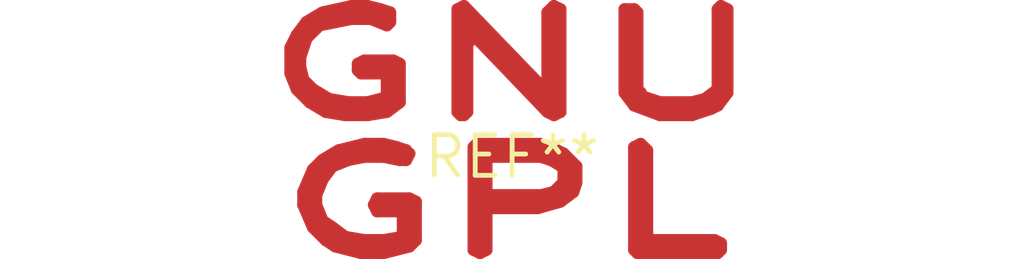
<source format=kicad_pcb>
(kicad_pcb (version 20240108) (generator pcbnew)
  (layers (0 "F.Cu" signal) (31 "B.Cu" signal) (34 "B.Paste" user) (35 "F.Paste" user) (36 "B.SilkS" user "B.Silkscreen") (37 "F.SilkS" user "F.Silkscreen") (38 "B.Mask" user) (39 "F.Mask" user) (44 "Edge.Cuts" user))
  (net 0 "")
  (footprint "Symbol_GNU-GPL_CopperTop_Big" (layer "F.Cu") (at 0 0)
    (property "Reference" "REF**")
    (property "Value" "Symbol_GNU-GPL_CopperTop_Big")
    (fp_line (start -6.90118 -3.40106) (end -6.90118 -2.60096) (layer "F.Cu") (stroke (width 0.381)))
    (fp_line (start -6.90118 -2.60096) (end -6.70052 -2.10058) (layer "F.Cu") (stroke (width 0.381)))
    (fp_line (start -6.70052 -3.79984) (end -6.90118 -3.40106) (layer "F.Cu") (stroke (width 0.381)))
    (fp_line (start -6.70052 -3.40106) (end -6.59892 -2.30124) (layer "F.Cu") (stroke (width 0.381)))
    (fp_line (start -6.70052 -2.10058) (end -6.2992 -1.69926) (layer "F.Cu") (stroke (width 0.381)))
    (fp_line (start -6.59892 -3.0988) (end -6.4008 -3.70078) (layer "F.Cu") (stroke (width 0.381)))
    (fp_line (start -6.59892 -2.79908) (end -6.59892 -3.0988) (layer "F.Cu") (stroke (width 0.381)))
    (fp_line (start -6.59892 -2.30124) (end -6.20014 -1.89992) (layer "F.Cu") (stroke (width 0.381)))
    (fp_line (start -6.49986 -2.4003) (end -6.59892 -2.79908) (layer "F.Cu") (stroke (width 0.381)))
    (fp_line (start -6.49986 1.09982) (end -6.49986 1.50114) (layer "F.Cu") (stroke (width 0.381)))
    (fp_line (start -6.49986 1.50114) (end -6.20014 2.19964) (layer "F.Cu") (stroke (width 0.381)))
    (fp_line (start -6.4008 -4.20116) (end -6.70052 -3.79984) (layer "F.Cu") (stroke (width 0.381)))
    (fp_line (start -6.4008 -3.70078) (end -5.99948 -4.09956) (layer "F.Cu") (stroke (width 0.381)))
    (fp_line (start -6.2992 -1.69926) (end -5.79882 -1.39954) (layer "F.Cu") (stroke (width 0.381)))
    (fp_line (start -6.20014 -4.20116) (end -6.70052 -3.40106) (layer "F.Cu") (stroke (width 0.381)))
    (fp_line (start -6.20014 -2.10058) (end -6.49986 -2.4003) (layer "F.Cu") (stroke (width 0.381)))
    (fp_line (start -6.20014 -1.89992) (end -5.19938 -1.50114) (layer "F.Cu") (stroke (width 0.381)))
    (fp_line (start -6.20014 0.39878) (end -6.49986 1.09982) (layer "F.Cu") (stroke (width 0.381)))
    (fp_line (start -6.20014 1.00076) (end -6.20014 1.80086) (layer "F.Cu") (stroke (width 0.381)))
    (fp_line (start -6.20014 1.80086) (end -5.69976 2.4003) (layer "F.Cu") (stroke (width 0.381)))
    (fp_line (start -6.20014 2.19964) (end -5.79882 2.60096) (layer "F.Cu") (stroke (width 0.381)))
    (fp_line (start -6.10108 1.19888) (end -5.90042 0.70104) (layer "F.Cu") (stroke (width 0.381)))
    (fp_line (start -6.10108 1.50114) (end -6.10108 1.19888) (layer "F.Cu") (stroke (width 0.381)))
    (fp_line (start -5.99948 -4.09956) (end -5.4991 -4.20116) (layer "F.Cu") (stroke (width 0.381)))
    (fp_line (start -5.90042 -4.50088) (end -6.4008 -4.20116) (layer "F.Cu") (stroke (width 0.381)))
    (fp_line (start -5.90042 0.09906) (end -6.20014 0.39878) (layer "F.Cu") (stroke (width 0.381)))
    (fp_line (start -5.90042 0.70104) (end -5.6007 0.29972) (layer "F.Cu") (stroke (width 0.381)))
    (fp_line (start -5.90042 1.99898) (end -6.10108 1.50114) (layer "F.Cu") (stroke (width 0.381)))
    (fp_line (start -5.79882 -1.39954) (end -5.19938 -1.30048) (layer "F.Cu") (stroke (width 0.381)))
    (fp_line (start -5.79882 2.60096) (end -5.4991 2.79908) (layer "F.Cu") (stroke (width 0.381)))
    (fp_line (start -5.69976 -1.80086) (end -6.20014 -2.10058) (layer "F.Cu") (stroke (width 0.381)))
    (fp_line (start -5.69976 0.20066) (end -6.20014 1.00076) (layer "F.Cu") (stroke (width 0.381)))
    (fp_line (start -5.69976 2.4003) (end -4.699 2.90068) (layer "F.Cu") (stroke (width 0.381)))
    (fp_line (start -5.6007 0.29972) (end -5.10032 0.09906) (layer "F.Cu") (stroke (width 0.381)))
    (fp_line (start -5.6007 2.19964) (end -5.90042 1.99898) (layer "F.Cu") (stroke (width 0.381)))
    (fp_line (start -5.4991 -4.20116) (end -5.00126 -4.30022) (layer "F.Cu") (stroke (width 0.381)))
    (fp_line (start -5.4991 2.79908) (end -4.699 2.99974) (layer "F.Cu") (stroke (width 0.381)))
    (fp_line (start -5.40004 -0.20066) (end -5.90042 0.09906) (layer "F.Cu") (stroke (width 0.381)))
    (fp_line (start -5.30098 -4.50088) (end -6.20014 -4.20116) (layer "F.Cu") (stroke (width 0.381)))
    (fp_line (start -5.19938 -1.50114) (end -4.20116 -1.6002) (layer "F.Cu") (stroke (width 0.381)))
    (fp_line (start -5.19938 -1.30048) (end -4.50088 -1.30048) (layer "F.Cu") (stroke (width 0.381)))
    (fp_line (start -5.19938 2.49936) (end -5.6007 2.19964) (layer "F.Cu") (stroke (width 0.381)))
    (fp_line (start -5.10032 -1.69926) (end -5.69976 -1.80086) (layer "F.Cu") (stroke (width 0.381)))
    (fp_line (start -5.10032 0.09906) (end -4.59994 0) (layer "F.Cu") (stroke (width 0.381)))
    (fp_line (start -5.00126 -4.699) (end -5.90042 -4.50088) (layer "F.Cu") (stroke (width 0.381)))
    (fp_line (start -5.00126 -4.30022) (end -4.39928 -4.30022) (layer "F.Cu") (stroke (width 0.381)))
    (fp_line (start -4.8006 -2.90068) (end -4.8006 -2.70002) (layer "F.Cu") (stroke (width 0.381)))
    (fp_line (start -4.8006 -2.70002) (end -4.699 -2.60096) (layer "F.Cu") (stroke (width 0.381)))
    (fp_line (start -4.699 -2.60096) (end -4.0005 -2.60096) (layer "F.Cu") (stroke (width 0.381)))
    (fp_line (start -4.699 -0.09906) (end -5.69976 0.20066) (layer "F.Cu") (stroke (width 0.381)))
    (fp_line (start -4.699 2.90068) (end -3.2004 2.60096) (layer "F.Cu") (stroke (width 0.381)))
    (fp_line (start -4.699 2.99974) (end -4.0005 2.99974) (layer "F.Cu") (stroke (width 0.381)))
    (fp_line (start -4.59994 -2.99974) (end -4.8006 -2.90068) (layer "F.Cu") (stroke (width 0.381)))
    (fp_line (start -4.59994 -0.39878) (end -5.40004 -0.20066) (layer "F.Cu") (stroke (width 0.381)))
    (fp_line (start -4.59994 0) (end -4.0005 0) (layer "F.Cu") (stroke (width 0.381)))
    (fp_line (start -4.59994 2.60096) (end -5.19938 2.49936) (layer "F.Cu") (stroke (width 0.381)))
    (fp_line (start -4.50088 -4.699) (end -5.00126 -4.699) (layer "F.Cu") (stroke (width 0.381)))
    (fp_line (start -4.50088 -1.69926) (end -5.10032 -1.69926) (layer "F.Cu") (stroke (width 0.381)))
    (fp_line (start -4.50088 -1.30048) (end -3.8989 -1.39954) (layer "F.Cu") (stroke (width 0.381)))
    (fp_line (start -4.39928 -4.30022) (end -3.8989 -4.09956) (layer "F.Cu") (stroke (width 0.381)))
    (fp_line (start -4.30022 1.50114) (end -4.20116 1.69926) (layer "F.Cu") (stroke (width 0.381)))
    (fp_line (start -4.20116 -4.50088) (end -5.30098 -4.50088) (layer "F.Cu") (stroke (width 0.381)))
    (fp_line (start -4.20116 -1.69926) (end -4.09956 -1.80086) (layer "F.Cu") (stroke (width 0.381)))
    (fp_line (start -4.20116 -1.6002) (end -3.70078 -1.80086) (layer "F.Cu") (stroke (width 0.381)))
    (fp_line (start -4.20116 1.30048) (end -4.30022 1.50114) (layer "F.Cu") (stroke (width 0.381)))
    (fp_line (start -4.20116 1.69926) (end -3.40106 1.69926) (layer "F.Cu") (stroke (width 0.381)))
    (fp_line (start -4.09956 -4.59994) (end -4.50088 -4.699) (layer "F.Cu") (stroke (width 0.381)))
    (fp_line (start -4.09956 -1.80086) (end -4.50088 -1.69926) (layer "F.Cu") (stroke (width 0.381)))
    (fp_line (start -4.0005 -2.60096) (end -3.8989 -2.49936) (layer "F.Cu") (stroke (width 0.381)))
    (fp_line (start -4.0005 -0.39878) (end -4.59994 -0.39878) (layer "F.Cu") (stroke (width 0.381)))
    (fp_line (start -4.0005 0) (end -3.50012 0.09906) (layer "F.Cu") (stroke (width 0.381)))
    (fp_line (start -4.0005 2.60096) (end -4.59994 2.60096) (layer "F.Cu") (stroke (width 0.381)))
    (fp_line (start -4.0005 2.99974) (end -3.2004 2.79908) (layer "F.Cu") (stroke (width 0.381)))
    (fp_line (start -3.8989 -4.09956) (end -3.79984 -4.20116) (layer "F.Cu") (stroke (width 0.381)))
    (fp_line (start -3.8989 -2.49936) (end -3.8989 -1.89992) (layer "F.Cu") (stroke (width 0.381)))
    (fp_line (start -3.8989 -1.89992) (end -4.20116 -1.69926) (layer "F.Cu") (stroke (width 0.381)))
    (fp_line (start -3.8989 -1.39954) (end -3.50012 -1.69926) (layer "F.Cu") (stroke (width 0.381)))
    (fp_line (start -3.79984 -4.50088) (end -4.09956 -4.59994) (layer "F.Cu") (stroke (width 0.381)))
    (fp_line (start -3.79984 -4.30022) (end -4.20116 -4.50088) (layer "F.Cu") (stroke (width 0.381)))
    (fp_line (start -3.79984 -4.20116) (end -3.79984 -4.50088) (layer "F.Cu") (stroke (width 0.381)))
    (fp_line (start -3.70078 -2.99974) (end -4.59994 -2.99974) (layer "F.Cu") (stroke (width 0.381)))
    (fp_line (start -3.70078 -2.70002) (end -4.59994 -2.70002) (layer "F.Cu") (stroke (width 0.381)))
    (fp_line (start -3.70078 -1.80086) (end -3.70078 -2.70002) (layer "F.Cu") (stroke (width 0.381)))
    (fp_line (start -3.59918 -0.29972) (end -4.0005 -0.39878) (layer "F.Cu") (stroke (width 0.381)))
    (fp_line (start -3.50012 -2.90068) (end -3.70078 -2.99974) (layer "F.Cu") (stroke (width 0.381)))
    (fp_line (start -3.50012 -1.69926) (end -3.50012 -2.90068) (layer "F.Cu") (stroke (width 0.381)))
    (fp_line (start -3.50012 0.09906) (end -3.29946 0.09906) (layer "F.Cu") (stroke (width 0.381)))
    (fp_line (start -3.40106 1.69926) (end -3.40106 2.49936) (layer "F.Cu") (stroke (width 0.381)))
    (fp_line (start -3.40106 2.49936) (end -4.0005 2.60096) (layer "F.Cu") (stroke (width 0.381)))
    (fp_line (start -3.29946 -0.20066) (end -3.59918 -0.29972) (layer "F.Cu") (stroke (width 0.381)))
    (fp_line (start -3.29946 -0.09906) (end -3.29946 -0.20066) (layer "F.Cu") (stroke (width 0.381)))
    (fp_line (start -3.29946 0.09906) (end -3.2004 -0.09906) (layer "F.Cu") (stroke (width 0.381)))
    (fp_line (start -3.29946 1.6002) (end -4.20116 1.50114) (layer "F.Cu") (stroke (width 0.381)))
    (fp_line (start -3.2004 -0.09906) (end -4.699 -0.09906) (layer "F.Cu") (stroke (width 0.381)))
    (fp_line (start -3.2004 1.30048) (end -4.20116 1.30048) (layer "F.Cu") (stroke (width 0.381)))
    (fp_line (start -3.2004 2.60096) (end -3.29946 1.6002) (layer "F.Cu") (stroke (width 0.381)))
    (fp_line (start -3.2004 2.79908) (end -2.99974 2.60096) (layer "F.Cu") (stroke (width 0.381)))
    (fp_line (start -2.99974 1.39954) (end -3.2004 1.30048) (layer "F.Cu") (stroke (width 0.381)))
    (fp_line (start -2.99974 2.60096) (end -2.99974 1.39954) (layer "F.Cu") (stroke (width 0.381)))
    (fp_line (start -1.69926 -4.59994) (end -1.50114 -4.699) (layer "F.Cu") (stroke (width 0.381)))
    (fp_line (start -1.69926 -4.50088) (end -1.69926 -4.59994) (layer "F.Cu") (stroke (width 0.381)))
    (fp_line (start -1.69926 -1.39954) (end -1.69926 -4.50088) (layer "F.Cu") (stroke (width 0.381)))
    (fp_line (start -1.6002 -1.39954) (end -1.6002 -1.30048) (layer "F.Cu") (stroke (width 0.381)))
    (fp_line (start -1.6002 -1.30048) (end -1.69926 -1.39954) (layer "F.Cu") (stroke (width 0.381)))
    (fp_line (start -1.50114 -4.699) (end 1.00076 -2.10058) (layer "F.Cu") (stroke (width 0.381)))
    (fp_line (start -1.50114 -4.30022) (end 1.30048 -1.6002) (layer "F.Cu") (stroke (width 0.381)))
    (fp_line (start -1.50114 -1.30048) (end -1.50114 -4.30022) (layer "F.Cu") (stroke (width 0.381)))
    (fp_line (start -1.39954 -3.50012) (end -1.39954 -1.39954) (layer "F.Cu") (stroke (width 0.381)))
    (fp_line (start -1.39954 -1.39954) (end -1.50114 -1.30048) (layer "F.Cu") (stroke (width 0.381)))
    (fp_line (start -1.19888 -3.79984) (end -1.39954 -3.50012) (layer "F.Cu") (stroke (width 0.381)))
    (fp_line (start -1.19888 -0.29972) (end -1.09982 -0.39878) (layer "F.Cu") (stroke (width 0.381)))
    (fp_line (start -1.19888 2.90068) (end -1.19888 -0.29972) (layer "F.Cu") (stroke (width 0.381)))
    (fp_line (start -1.19888 2.90068) (end -1.00076 2.70002) (layer "F.Cu") (stroke (width 0.381)))
    (fp_line (start -1.09982 -0.39878) (end 0.89916 -0.39878) (layer "F.Cu") (stroke (width 0.381)))
    (fp_line (start -1.00076 -0.09906) (end 0.89916 -0.09906) (layer "F.Cu") (stroke (width 0.381)))
    (fp_line (start -1.00076 2.70002) (end -1.00076 -0.09906) (layer "F.Cu") (stroke (width 0.381)))
    (fp_line (start -1.00076 2.99974) (end -1.19888 2.90068) (layer "F.Cu") (stroke (width 0.381)))
    (fp_line (start -0.89916 1.19888) (end -0.8001 1.19888) (layer "F.Cu") (stroke (width 0.381)))
    (fp_line (start -0.89916 1.30048) (end 0.89916 1.39954) (layer "F.Cu") (stroke (width 0.381)))
    (fp_line (start -0.89916 1.69926) (end -0.8001 1.69926) (layer "F.Cu") (stroke (width 0.381)))
    (fp_line (start -0.8001 0) (end 0.89916 0) (layer "F.Cu") (stroke (width 0.381)))
    (fp_line (start -0.8001 1.19888) (end -0.8001 0) (layer "F.Cu") (stroke (width 0.381)))
    (fp_line (start -0.8001 1.69926) (end -0.8001 2.90068) (layer "F.Cu") (stroke (width 0.381)))
    (fp_line (start -0.8001 2.90068) (end -1.00076 2.99974) (layer "F.Cu") (stroke (width 0.381)))
    (fp_line (start -0.70104 1.6002) (end -0.89916 1.69926) (layer "F.Cu") (stroke (width 0.381)))
    (fp_line (start 0.20066 1.19888) (end -0.70104 1.19888) (layer "F.Cu") (stroke (width 0.381)))
    (fp_line (start 0.8001 1.6002) (end -0.70104 1.6002) (layer "F.Cu") (stroke (width 0.381)))
    (fp_line (start 0.89916 -0.39878) (end 1.19888 -0.29972) (layer "F.Cu") (stroke (width 0.381)))
    (fp_line (start 0.89916 -0.09906) (end 1.69926 0.39878) (layer "F.Cu") (stroke (width 0.381)))
    (fp_line (start 0.89916 0) (end 1.50114 0.20066) (layer "F.Cu") (stroke (width 0.381)))
    (fp_line (start 0.89916 1.19888) (end 0.20066 1.19888) (layer "F.Cu") (stroke (width 0.381)))
    (fp_line (start 0.89916 1.39954) (end -0.89916 1.19888) (layer "F.Cu") (stroke (width 0.381)))
    (fp_line (start 1.00076 -2.10058) (end 1.09982 -2.4003) (layer "F.Cu") (stroke (width 0.381)))
    (fp_line (start 1.09982 -4.50088) (end 1.30048 -4.699) (layer "F.Cu") (stroke (width 0.381)))
    (fp_line (start 1.09982 -2.4003) (end 1.09982 -4.50088) (layer "F.Cu") (stroke (width 0.381)))
    (fp_line (start 1.09982 -1.39954) (end -1.19888 -3.79984) (layer "F.Cu") (stroke (width 0.381)))
    (fp_line (start 1.09982 1.19888) (end -0.89916 1.30048) (layer "F.Cu") (stroke (width 0.381)))
    (fp_line (start 1.19888 -0.29972) (end 1.6002 -0.09906) (layer "F.Cu") (stroke (width 0.381)))
    (fp_line (start 1.30048 -4.699) (end 1.50114 -4.59994) (layer "F.Cu") (stroke (width 0.381)))
    (fp_line (start 1.30048 -1.6002) (end 1.30048 -4.39928) (layer "F.Cu") (stroke (width 0.381)))
    (fp_line (start 1.30048 -1.30048) (end 1.09982 -1.39954) (layer "F.Cu") (stroke (width 0.381)))
    (fp_line (start 1.30048 1.09982) (end 0.89916 1.19888) (layer "F.Cu") (stroke (width 0.381)))
    (fp_line (start 1.50114 -4.59994) (end 1.50114 -1.39954) (layer "F.Cu") (stroke (width 0.381)))
    (fp_line (start 1.50114 -1.39954) (end 1.30048 -1.30048) (layer "F.Cu") (stroke (width 0.381)))
    (fp_line (start 1.50114 0.20066) (end 1.6002 0.39878) (layer "F.Cu") (stroke (width 0.381)))
    (fp_line (start 1.50114 1.39954) (end 0.8001 1.6002) (layer "F.Cu") (stroke (width 0.381)))
    (fp_line (start 1.6002 -0.09906) (end 1.99898 0.29972) (layer "F.Cu") (stroke (width 0.381)))
    (fp_line (start 1.6002 0.39878) (end 1.6002 0.8001) (layer "F.Cu") (stroke (width 0.381)))
    (fp_line (start 1.6002 0.8001) (end 1.30048 1.09982) (layer "F.Cu") (stroke (width 0.381)))
    (fp_line (start 1.69926 0.39878) (end 1.69926 0.89916) (layer "F.Cu") (stroke (width 0.381)))
    (fp_line (start 1.69926 0.89916) (end 1.09982 1.19888) (layer "F.Cu") (stroke (width 0.381)))
    (fp_line (start 1.89992 1.09982) (end 1.50114 1.39954) (layer "F.Cu") (stroke (width 0.381)))
    (fp_line (start 1.99898 0.29972) (end 1.99898 0.8001) (layer "F.Cu") (stroke (width 0.381)))
    (fp_line (start 1.99898 0.8001) (end 1.89992 1.09982) (layer "F.Cu") (stroke (width 0.381)))
    (fp_line (start 3.50012 -4.59994) (end 3.50012 -1.99898) (layer "F.Cu") (stroke (width 0.381)))
    (fp_line (start 3.50012 -1.99898) (end 3.79984 -1.6002) (layer "F.Cu") (stroke (width 0.381)))
    (fp_line (start 3.70078 -4.50088) (end 3.70078 -1.89992) (layer "F.Cu") (stroke (width 0.381)))
    (fp_line (start 3.70078 -1.89992) (end 4.59994 -1.50114) (layer "F.Cu") (stroke (width 0.381)))
    (fp_line (start 3.79984 -4.59994) (end 3.50012 -4.59994) (layer "F.Cu") (stroke (width 0.381)))
    (fp_line (start 3.79984 -2.19964) (end 3.8989 -2.19964) (layer "F.Cu") (stroke (width 0.381)))
    (fp_line (start 3.79984 -1.6002) (end 4.59994 -1.30048) (layer "F.Cu") (stroke (width 0.381)))
    (fp_line (start 3.79984 -0.29972) (end 3.79984 2.90068) (layer "F.Cu") (stroke (width 0.381)))
    (fp_line (start 3.79984 2.90068) (end 3.8989 2.99974) (layer "F.Cu") (stroke (width 0.381)))
    (fp_line (start 3.8989 -4.50088) (end 3.79984 -4.59994) (layer "F.Cu") (stroke (width 0.381)))
    (fp_line (start 3.8989 -2.19964) (end 3.8989 -4.50088) (layer "F.Cu") (stroke (width 0.381)))
    (fp_line (start 3.8989 2.99974) (end 6.4008 2.99974) (layer "F.Cu") (stroke (width 0.381)))
    (fp_line (start 4.0005 -1.99898) (end 3.79984 -2.19964) (layer "F.Cu") (stroke (width 0.381)))
    (fp_line (start 4.0005 -1.89992) (end 4.0005 -1.99898) (layer "F.Cu") (stroke (width 0.381)))
    (fp_line (start 4.0005 -0.39878) (end 3.79984 -0.29972) (layer "F.Cu") (stroke (width 0.381)))
    (fp_line (start 4.0005 -0.20066) (end 4.0005 2.70002) (layer "F.Cu") (stroke (width 0.381)))
    (fp_line (start 4.0005 2.70002) (end 6.4008 2.79908) (layer "F.Cu") (stroke (width 0.381)))
    (fp_line (start 4.09956 2.60096) (end 4.20116 2.4003) (layer "F.Cu") (stroke (width 0.381)))
    (fp_line (start 4.20116 -0.20066) (end 4.0005 -0.39878) (layer "F.Cu") (stroke (width 0.381)))
    (fp_line (start 4.20116 2.4003) (end 4.20116 -0.20066) (layer "F.Cu") (stroke (width 0.381)))
    (fp_line (start 4.59994 -1.69926) (end 4.0005 -1.89992) (layer "F.Cu") (stroke (width 0.381)))
    (fp_line (start 4.59994 -1.50114) (end 5.6007 -1.50114) (layer "F.Cu") (stroke (width 0.381)))
    (fp_line (start 4.59994 -1.30048) (end 5.6007 -1.30048) (layer "F.Cu") (stroke (width 0.381)))
    (fp_line (start 5.6007 -1.69926) (end 4.59994 -1.69926) (layer "F.Cu") (stroke (width 0.381)))
    (fp_line (start 5.6007 -1.50114) (end 6.2992 -1.80086) (layer "F.Cu") (stroke (width 0.381)))
    (fp_line (start 5.6007 -1.30048) (end 6.20014 -1.50114) (layer "F.Cu") (stroke (width 0.381)))
    (fp_line (start 5.99948 -1.80086) (end 5.6007 -1.69926) (layer "F.Cu") (stroke (width 0.381)))
    (fp_line (start 6.20014 -1.50114) (end 6.4008 -1.6002) (layer "F.Cu") (stroke (width 0.381)))
    (fp_line (start 6.2992 -1.80086) (end 6.49986 -2.30124) (layer "F.Cu") (stroke (width 0.381)))
    (fp_line (start 6.2992 2.60096) (end 4.09956 2.60096) (layer "F.Cu") (stroke (width 0.381)))
    (fp_line (start 6.4008 -4.59994) (end 6.4008 -2.10058) (layer "F.Cu") (stroke (width 0.381)))
    (fp_line (start 6.4008 -2.10058) (end 5.99948 -1.80086) (layer "F.Cu") (stroke (width 0.381)))
    (fp_line (start 6.4008 -1.6002) (end 6.70052 -1.99898) (layer "F.Cu") (stroke (width 0.381)))
    (fp_line (start 6.4008 2.99974) (end 6.49986 2.90068) (layer "F.Cu") (stroke (width 0.381)))
    (fp_line (start 6.49986 -4.699) (end 6.4008 -4.59994) (layer "F.Cu") (stroke (width 0.381)))
    (fp_line (start 6.49986 -2.30124) (end 6.49986 -4.59994) (layer "F.Cu") (stroke (width 0.381)))
    (fp_line (start 6.49986 2.70002) (end 6.2992 2.60096) (layer "F.Cu") (stroke (width 0.381)))
    (fp_line (start 6.49986 2.90068) (end 6.49986 2.70002) (layer "F.Cu") (stroke (width 0.381)))
    (fp_line (start 6.70052 -4.59994) (end 6.49986 -4.699) (layer "F.Cu") (stroke (width 0.381)))
    (fp_line (start 6.70052 -1.99898) (end 6.70052 -4.59994) (layer "F.Cu") (stroke (width 0.381)))
  )
)
</source>
